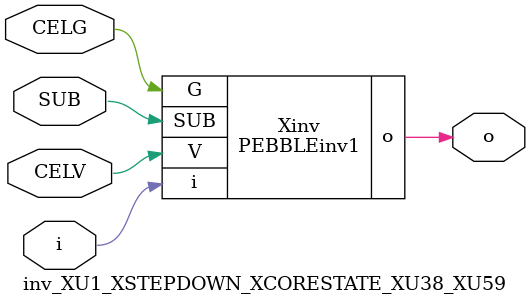
<source format=v>



module PEBBLEinv1 ( o, G, SUB, V, i );

  input V;
  input i;
  input G;
  output o;
  input SUB;
endmodule

//Celera Confidential Do Not Copy inv_XU1_XSTEPDOWN_XCORESTATE_XU38_XU59
//Celera Confidential Symbol Generator
//5V Inverter
module inv_XU1_XSTEPDOWN_XCORESTATE_XU38_XU59 (CELV,CELG,i,o,SUB);
input CELV;
input CELG;
input i;
input SUB;
output o;

//Celera Confidential Do Not Copy inv
PEBBLEinv1 Xinv(
.V (CELV),
.i (i),
.o (o),
.SUB (SUB),
.G (CELG)
);
//,diesize,PEBBLEinv1

//Celera Confidential Do Not Copy Module End
//Celera Schematic Generator
endmodule

</source>
